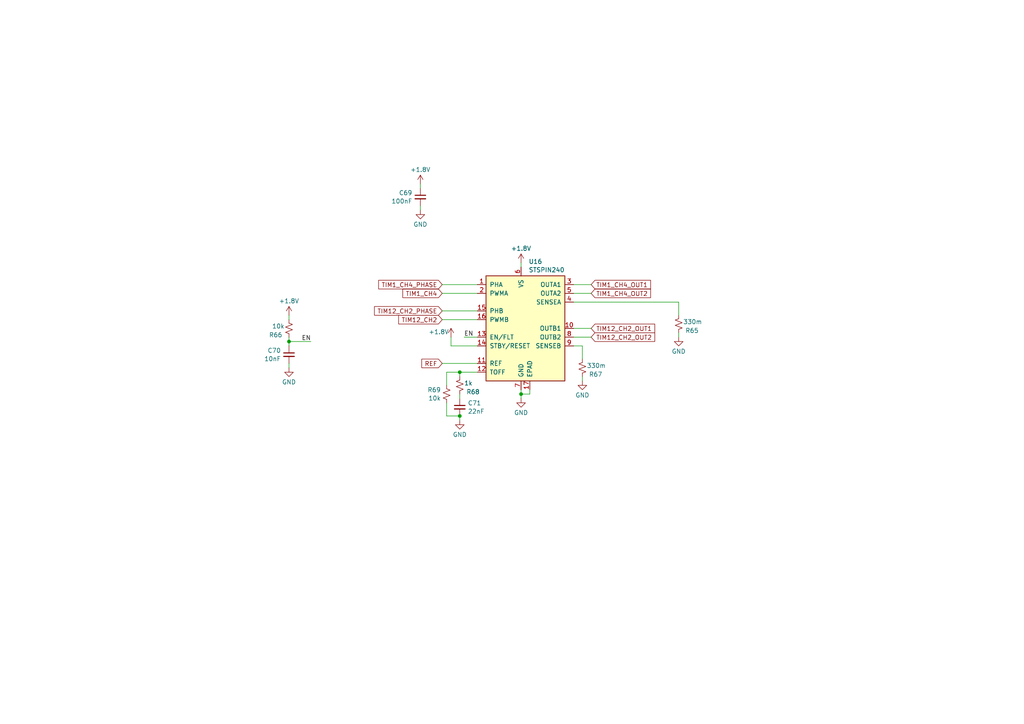
<source format=kicad_sch>
(kicad_sch
	(version 20231120)
	(generator "eeschema")
	(generator_version "8.0")
	(uuid "678b9aec-26bf-4f27-ba87-71e2ec76edda")
	(paper "A4")
	(lib_symbols
		(symbol "Device:C_Small"
			(pin_numbers hide)
			(pin_names
				(offset 0.254) hide)
			(exclude_from_sim no)
			(in_bom yes)
			(on_board yes)
			(property "Reference" "C"
				(at 0.254 1.778 0)
				(effects
					(font
						(size 1.27 1.27)
					)
					(justify left)
				)
			)
			(property "Value" "C_Small"
				(at 0.254 -2.032 0)
				(effects
					(font
						(size 1.27 1.27)
					)
					(justify left)
				)
			)
			(property "Footprint" ""
				(at 0 0 0)
				(effects
					(font
						(size 1.27 1.27)
					)
					(hide yes)
				)
			)
			(property "Datasheet" "~"
				(at 0 0 0)
				(effects
					(font
						(size 1.27 1.27)
					)
					(hide yes)
				)
			)
			(property "Description" "Unpolarized capacitor, small symbol"
				(at 0 0 0)
				(effects
					(font
						(size 1.27 1.27)
					)
					(hide yes)
				)
			)
			(property "ki_keywords" "capacitor cap"
				(at 0 0 0)
				(effects
					(font
						(size 1.27 1.27)
					)
					(hide yes)
				)
			)
			(property "ki_fp_filters" "C_*"
				(at 0 0 0)
				(effects
					(font
						(size 1.27 1.27)
					)
					(hide yes)
				)
			)
			(symbol "C_Small_0_1"
				(polyline
					(pts
						(xy -1.524 -0.508) (xy 1.524 -0.508)
					)
					(stroke
						(width 0.3302)
						(type default)
					)
					(fill
						(type none)
					)
				)
				(polyline
					(pts
						(xy -1.524 0.508) (xy 1.524 0.508)
					)
					(stroke
						(width 0.3048)
						(type default)
					)
					(fill
						(type none)
					)
				)
			)
			(symbol "C_Small_1_1"
				(pin passive line
					(at 0 2.54 270)
					(length 2.032)
					(name "~"
						(effects
							(font
								(size 1.27 1.27)
							)
						)
					)
					(number "1"
						(effects
							(font
								(size 1.27 1.27)
							)
						)
					)
				)
				(pin passive line
					(at 0 -2.54 90)
					(length 2.032)
					(name "~"
						(effects
							(font
								(size 1.27 1.27)
							)
						)
					)
					(number "2"
						(effects
							(font
								(size 1.27 1.27)
							)
						)
					)
				)
			)
		)
		(symbol "Device:R_Small_US"
			(pin_numbers hide)
			(pin_names
				(offset 0.254) hide)
			(exclude_from_sim no)
			(in_bom yes)
			(on_board yes)
			(property "Reference" "R"
				(at 0.762 0.508 0)
				(effects
					(font
						(size 1.27 1.27)
					)
					(justify left)
				)
			)
			(property "Value" "R_Small_US"
				(at 0.762 -1.016 0)
				(effects
					(font
						(size 1.27 1.27)
					)
					(justify left)
				)
			)
			(property "Footprint" ""
				(at 0 0 0)
				(effects
					(font
						(size 1.27 1.27)
					)
					(hide yes)
				)
			)
			(property "Datasheet" "~"
				(at 0 0 0)
				(effects
					(font
						(size 1.27 1.27)
					)
					(hide yes)
				)
			)
			(property "Description" "Resistor, small US symbol"
				(at 0 0 0)
				(effects
					(font
						(size 1.27 1.27)
					)
					(hide yes)
				)
			)
			(property "ki_keywords" "r resistor"
				(at 0 0 0)
				(effects
					(font
						(size 1.27 1.27)
					)
					(hide yes)
				)
			)
			(property "ki_fp_filters" "R_*"
				(at 0 0 0)
				(effects
					(font
						(size 1.27 1.27)
					)
					(hide yes)
				)
			)
			(symbol "R_Small_US_1_1"
				(polyline
					(pts
						(xy 0 0) (xy 1.016 -0.381) (xy 0 -0.762) (xy -1.016 -1.143) (xy 0 -1.524)
					)
					(stroke
						(width 0)
						(type default)
					)
					(fill
						(type none)
					)
				)
				(polyline
					(pts
						(xy 0 1.524) (xy 1.016 1.143) (xy 0 0.762) (xy -1.016 0.381) (xy 0 0)
					)
					(stroke
						(width 0)
						(type default)
					)
					(fill
						(type none)
					)
				)
				(pin passive line
					(at 0 2.54 270)
					(length 1.016)
					(name "~"
						(effects
							(font
								(size 1.27 1.27)
							)
						)
					)
					(number "1"
						(effects
							(font
								(size 1.27 1.27)
							)
						)
					)
				)
				(pin passive line
					(at 0 -2.54 90)
					(length 1.016)
					(name "~"
						(effects
							(font
								(size 1.27 1.27)
							)
						)
					)
					(number "2"
						(effects
							(font
								(size 1.27 1.27)
							)
						)
					)
				)
			)
		)
		(symbol "Driver_Motor:STSPIN240"
			(pin_names
				(offset 1.016)
			)
			(exclude_from_sim no)
			(in_bom yes)
			(on_board yes)
			(property "Reference" "U"
				(at -10.16 16.51 0)
				(effects
					(font
						(size 1.27 1.27)
					)
					(justify left)
				)
			)
			(property "Value" "STSPIN240"
				(at 5.08 16.51 0)
				(effects
					(font
						(size 1.27 1.27)
					)
					(justify left)
				)
			)
			(property "Footprint" "Package_DFN_QFN:VQFN-16-1EP_3x3mm_P0.5mm_EP1.8x1.8mm"
				(at 5.08 19.05 0)
				(effects
					(font
						(size 1.27 1.27)
					)
					(justify left)
					(hide yes)
				)
			)
			(property "Datasheet" "www.st.com/resource/en/datasheet/stspin240.pdf"
				(at 3.81 6.35 0)
				(effects
					(font
						(size 1.27 1.27)
					)
					(hide yes)
				)
			)
			(property "Description" "Low voltage dual brush DC motor driver, 1.8V to 10V input, 1.3Arms output, 0.4Ω Rdson per phase (typical), QFN-16 package"
				(at 0 0 0)
				(effects
					(font
						(size 1.27 1.27)
					)
					(hide yes)
				)
			)
			(property "ki_keywords" "motor driver dc brushed"
				(at 0 0 0)
				(effects
					(font
						(size 1.27 1.27)
					)
					(hide yes)
				)
			)
			(property "ki_fp_filters" "VQFN*1EP*3x3mm*P0.5mm*"
				(at 0 0 0)
				(effects
					(font
						(size 1.27 1.27)
					)
					(hide yes)
				)
			)
			(symbol "STSPIN240_0_1"
				(rectangle
					(start -10.16 15.24)
					(end 12.7 -15.24)
					(stroke
						(width 0.254)
						(type default)
					)
					(fill
						(type background)
					)
				)
			)
			(symbol "STSPIN240_1_1"
				(pin input line
					(at -12.7 12.7 0)
					(length 2.54)
					(name "PHA"
						(effects
							(font
								(size 1.27 1.27)
							)
						)
					)
					(number "1"
						(effects
							(font
								(size 1.27 1.27)
							)
						)
					)
				)
				(pin power_out line
					(at 15.24 0 180)
					(length 2.54)
					(name "OUTB1"
						(effects
							(font
								(size 1.27 1.27)
							)
						)
					)
					(number "10"
						(effects
							(font
								(size 1.27 1.27)
							)
						)
					)
				)
				(pin input line
					(at -12.7 -10.16 0)
					(length 2.54)
					(name "REF"
						(effects
							(font
								(size 1.27 1.27)
							)
						)
					)
					(number "11"
						(effects
							(font
								(size 1.27 1.27)
							)
						)
					)
				)
				(pin input line
					(at -12.7 -12.7 0)
					(length 2.54)
					(name "TOFF"
						(effects
							(font
								(size 1.27 1.27)
							)
						)
					)
					(number "12"
						(effects
							(font
								(size 1.27 1.27)
							)
						)
					)
				)
				(pin bidirectional line
					(at -12.7 -2.54 0)
					(length 2.54)
					(name "EN/FLT"
						(effects
							(font
								(size 1.27 1.27)
							)
						)
					)
					(number "13"
						(effects
							(font
								(size 1.27 1.27)
							)
						)
					)
				)
				(pin input line
					(at -12.7 -5.08 0)
					(length 2.54)
					(name "STBY/RESET"
						(effects
							(font
								(size 1.27 1.27)
							)
						)
					)
					(number "14"
						(effects
							(font
								(size 1.27 1.27)
							)
						)
					)
				)
				(pin input line
					(at -12.7 5.08 0)
					(length 2.54)
					(name "PHB"
						(effects
							(font
								(size 1.27 1.27)
							)
						)
					)
					(number "15"
						(effects
							(font
								(size 1.27 1.27)
							)
						)
					)
				)
				(pin input line
					(at -12.7 2.54 0)
					(length 2.54)
					(name "PWMB"
						(effects
							(font
								(size 1.27 1.27)
							)
						)
					)
					(number "16"
						(effects
							(font
								(size 1.27 1.27)
							)
						)
					)
				)
				(pin power_in line
					(at 2.54 -17.78 90)
					(length 2.54)
					(name "EPAD"
						(effects
							(font
								(size 1.27 1.27)
							)
						)
					)
					(number "17"
						(effects
							(font
								(size 1.27 1.27)
							)
						)
					)
				)
				(pin input line
					(at -12.7 10.16 0)
					(length 2.54)
					(name "PWMA"
						(effects
							(font
								(size 1.27 1.27)
							)
						)
					)
					(number "2"
						(effects
							(font
								(size 1.27 1.27)
							)
						)
					)
				)
				(pin power_out line
					(at 15.24 12.7 180)
					(length 2.54)
					(name "OUTA1"
						(effects
							(font
								(size 1.27 1.27)
							)
						)
					)
					(number "3"
						(effects
							(font
								(size 1.27 1.27)
							)
						)
					)
				)
				(pin power_out line
					(at 15.24 7.62 180)
					(length 2.54)
					(name "SENSEA"
						(effects
							(font
								(size 1.27 1.27)
							)
						)
					)
					(number "4"
						(effects
							(font
								(size 1.27 1.27)
							)
						)
					)
				)
				(pin power_out line
					(at 15.24 10.16 180)
					(length 2.54)
					(name "OUTA2"
						(effects
							(font
								(size 1.27 1.27)
							)
						)
					)
					(number "5"
						(effects
							(font
								(size 1.27 1.27)
							)
						)
					)
				)
				(pin power_in line
					(at 0 17.78 270)
					(length 2.54)
					(name "VS"
						(effects
							(font
								(size 1.27 1.27)
							)
						)
					)
					(number "6"
						(effects
							(font
								(size 1.27 1.27)
							)
						)
					)
				)
				(pin power_in line
					(at 0 -17.78 90)
					(length 2.54)
					(name "GND"
						(effects
							(font
								(size 1.27 1.27)
							)
						)
					)
					(number "7"
						(effects
							(font
								(size 1.27 1.27)
							)
						)
					)
				)
				(pin power_out line
					(at 15.24 -2.54 180)
					(length 2.54)
					(name "OUTB2"
						(effects
							(font
								(size 1.27 1.27)
							)
						)
					)
					(number "8"
						(effects
							(font
								(size 1.27 1.27)
							)
						)
					)
				)
				(pin power_out line
					(at 15.24 -5.08 180)
					(length 2.54)
					(name "SENSEB"
						(effects
							(font
								(size 1.27 1.27)
							)
						)
					)
					(number "9"
						(effects
							(font
								(size 1.27 1.27)
							)
						)
					)
				)
			)
		)
		(symbol "power:+1V8"
			(power)
			(pin_names
				(offset 0)
			)
			(exclude_from_sim no)
			(in_bom yes)
			(on_board yes)
			(property "Reference" "#PWR"
				(at 0 -3.81 0)
				(effects
					(font
						(size 1.27 1.27)
					)
					(hide yes)
				)
			)
			(property "Value" "+1V8"
				(at 0 3.556 0)
				(effects
					(font
						(size 1.27 1.27)
					)
				)
			)
			(property "Footprint" ""
				(at 0 0 0)
				(effects
					(font
						(size 1.27 1.27)
					)
					(hide yes)
				)
			)
			(property "Datasheet" ""
				(at 0 0 0)
				(effects
					(font
						(size 1.27 1.27)
					)
					(hide yes)
				)
			)
			(property "Description" "Power symbol creates a global label with name \"+1V8\""
				(at 0 0 0)
				(effects
					(font
						(size 1.27 1.27)
					)
					(hide yes)
				)
			)
			(property "ki_keywords" "global power"
				(at 0 0 0)
				(effects
					(font
						(size 1.27 1.27)
					)
					(hide yes)
				)
			)
			(symbol "+1V8_0_1"
				(polyline
					(pts
						(xy -0.762 1.27) (xy 0 2.54)
					)
					(stroke
						(width 0)
						(type default)
					)
					(fill
						(type none)
					)
				)
				(polyline
					(pts
						(xy 0 0) (xy 0 2.54)
					)
					(stroke
						(width 0)
						(type default)
					)
					(fill
						(type none)
					)
				)
				(polyline
					(pts
						(xy 0 2.54) (xy 0.762 1.27)
					)
					(stroke
						(width 0)
						(type default)
					)
					(fill
						(type none)
					)
				)
			)
			(symbol "+1V8_1_1"
				(pin power_in line
					(at 0 0 90)
					(length 0) hide
					(name "+1V8"
						(effects
							(font
								(size 1.27 1.27)
							)
						)
					)
					(number "1"
						(effects
							(font
								(size 1.27 1.27)
							)
						)
					)
				)
			)
		)
		(symbol "power:GND"
			(power)
			(pin_names
				(offset 0)
			)
			(exclude_from_sim no)
			(in_bom yes)
			(on_board yes)
			(property "Reference" "#PWR"
				(at 0 -6.35 0)
				(effects
					(font
						(size 1.27 1.27)
					)
					(hide yes)
				)
			)
			(property "Value" "GND"
				(at 0 -3.81 0)
				(effects
					(font
						(size 1.27 1.27)
					)
				)
			)
			(property "Footprint" ""
				(at 0 0 0)
				(effects
					(font
						(size 1.27 1.27)
					)
					(hide yes)
				)
			)
			(property "Datasheet" ""
				(at 0 0 0)
				(effects
					(font
						(size 1.27 1.27)
					)
					(hide yes)
				)
			)
			(property "Description" "Power symbol creates a global label with name \"GND\" , ground"
				(at 0 0 0)
				(effects
					(font
						(size 1.27 1.27)
					)
					(hide yes)
				)
			)
			(property "ki_keywords" "global power"
				(at 0 0 0)
				(effects
					(font
						(size 1.27 1.27)
					)
					(hide yes)
				)
			)
			(symbol "GND_0_1"
				(polyline
					(pts
						(xy 0 0) (xy 0 -1.27) (xy 1.27 -1.27) (xy 0 -2.54) (xy -1.27 -1.27) (xy 0 -1.27)
					)
					(stroke
						(width 0)
						(type default)
					)
					(fill
						(type none)
					)
				)
			)
			(symbol "GND_1_1"
				(pin power_in line
					(at 0 0 270)
					(length 0) hide
					(name "GND"
						(effects
							(font
								(size 1.27 1.27)
							)
						)
					)
					(number "1"
						(effects
							(font
								(size 1.27 1.27)
							)
						)
					)
				)
			)
		)
	)
	(junction
		(at 133.35 120.65)
		(diameter 0)
		(color 0 0 0 0)
		(uuid "42d6576e-fadb-4563-9fc6-3a42c8f7e3c8")
	)
	(junction
		(at 133.35 107.95)
		(diameter 0)
		(color 0 0 0 0)
		(uuid "667f0bd6-b12d-4faa-987f-927ccb27679f")
	)
	(junction
		(at 151.13 114.3)
		(diameter 0)
		(color 0 0 0 0)
		(uuid "b8536958-cabd-4320-bfca-2face8fcc9a7")
	)
	(junction
		(at 83.82 99.06)
		(diameter 0)
		(color 0 0 0 0)
		(uuid "d7e75411-1de3-452c-afc2-da1331c922c2")
	)
	(wire
		(pts
			(xy 151.13 76.2) (xy 151.13 77.47)
		)
		(stroke
			(width 0)
			(type default)
		)
		(uuid "0df78f29-7091-44f6-a730-ef372ed57675")
	)
	(wire
		(pts
			(xy 133.35 107.95) (xy 133.35 109.22)
		)
		(stroke
			(width 0)
			(type default)
		)
		(uuid "136b5161-d7ef-4375-aa91-e102651a4665")
	)
	(wire
		(pts
			(xy 168.91 100.33) (xy 166.37 100.33)
		)
		(stroke
			(width 0)
			(type default)
		)
		(uuid "154c620a-04df-4b2c-84d6-36da2c79bbea")
	)
	(wire
		(pts
			(xy 121.92 59.69) (xy 121.92 60.96)
		)
		(stroke
			(width 0)
			(type default)
		)
		(uuid "1ea7bd63-8734-448b-980b-014f4ca342f1")
	)
	(wire
		(pts
			(xy 133.35 114.3) (xy 133.35 115.57)
		)
		(stroke
			(width 0)
			(type default)
		)
		(uuid "2081ed10-af47-4487-84ed-017469b4fdb8")
	)
	(wire
		(pts
			(xy 128.27 92.71) (xy 138.43 92.71)
		)
		(stroke
			(width 0)
			(type default)
		)
		(uuid "24beaf91-e7d3-4e03-a638-690a46340679")
	)
	(wire
		(pts
			(xy 168.91 109.22) (xy 168.91 110.49)
		)
		(stroke
			(width 0)
			(type default)
		)
		(uuid "32926c58-e476-43b4-99b4-f50b1bd7289c")
	)
	(wire
		(pts
			(xy 83.82 99.06) (xy 83.82 100.33)
		)
		(stroke
			(width 0)
			(type default)
		)
		(uuid "3421b40e-45e7-4ac7-915c-5c46804131b9")
	)
	(wire
		(pts
			(xy 129.54 120.65) (xy 133.35 120.65)
		)
		(stroke
			(width 0)
			(type default)
		)
		(uuid "416fd5ac-a650-418e-931e-fcded8135e33")
	)
	(wire
		(pts
			(xy 128.27 90.17) (xy 138.43 90.17)
		)
		(stroke
			(width 0)
			(type default)
		)
		(uuid "424cc603-8d4e-4823-ae49-81b1618ee283")
	)
	(wire
		(pts
			(xy 168.91 104.14) (xy 168.91 100.33)
		)
		(stroke
			(width 0)
			(type default)
		)
		(uuid "48380410-9649-43e2-908f-c3ad67ad29b7")
	)
	(wire
		(pts
			(xy 151.13 113.03) (xy 151.13 114.3)
		)
		(stroke
			(width 0)
			(type default)
		)
		(uuid "5cf3c158-a797-45ff-8d5c-d0d1fafe3a22")
	)
	(wire
		(pts
			(xy 83.82 105.41) (xy 83.82 106.68)
		)
		(stroke
			(width 0)
			(type default)
		)
		(uuid "63b91a7c-7c95-4637-acd6-fcc77520c5dc")
	)
	(wire
		(pts
			(xy 196.85 87.63) (xy 196.85 91.44)
		)
		(stroke
			(width 0)
			(type default)
		)
		(uuid "6e4cef16-5184-4768-b13c-e683484dc67d")
	)
	(wire
		(pts
			(xy 129.54 107.95) (xy 133.35 107.95)
		)
		(stroke
			(width 0)
			(type default)
		)
		(uuid "7a2f5d6d-f89b-4009-be9b-50d00f32949b")
	)
	(wire
		(pts
			(xy 128.27 82.55) (xy 138.43 82.55)
		)
		(stroke
			(width 0)
			(type default)
		)
		(uuid "803c6951-769d-4787-a8a8-9d5548901c73")
	)
	(wire
		(pts
			(xy 121.92 53.34) (xy 121.92 54.61)
		)
		(stroke
			(width 0)
			(type default)
		)
		(uuid "81df2ca9-c94f-4f2b-a3c6-fd7d2f5cd330")
	)
	(wire
		(pts
			(xy 171.45 97.79) (xy 166.37 97.79)
		)
		(stroke
			(width 0)
			(type default)
		)
		(uuid "86b89144-a35d-4606-bee6-e66409accc8b")
	)
	(wire
		(pts
			(xy 138.43 97.79) (xy 134.62 97.79)
		)
		(stroke
			(width 0)
			(type default)
		)
		(uuid "87ebdfcb-394e-45c3-bb85-92d5e78fab56")
	)
	(wire
		(pts
			(xy 128.27 85.09) (xy 138.43 85.09)
		)
		(stroke
			(width 0)
			(type default)
		)
		(uuid "8e1f1e4d-a6da-4aa4-97a4-ceec37ac802b")
	)
	(wire
		(pts
			(xy 171.45 82.55) (xy 166.37 82.55)
		)
		(stroke
			(width 0)
			(type default)
		)
		(uuid "9073e5b9-c9af-4baa-b7cc-01e4e0e8170f")
	)
	(wire
		(pts
			(xy 133.35 107.95) (xy 138.43 107.95)
		)
		(stroke
			(width 0)
			(type default)
		)
		(uuid "af0d2cc6-489d-454c-9b05-ca897f917682")
	)
	(wire
		(pts
			(xy 130.81 100.33) (xy 138.43 100.33)
		)
		(stroke
			(width 0)
			(type default)
		)
		(uuid "b17469f9-4bfa-4158-bb7d-36070dad954a")
	)
	(wire
		(pts
			(xy 130.81 97.79) (xy 130.81 100.33)
		)
		(stroke
			(width 0)
			(type default)
		)
		(uuid "b99a87d4-af7a-4089-919c-45c7b3e63e22")
	)
	(wire
		(pts
			(xy 83.82 97.79) (xy 83.82 99.06)
		)
		(stroke
			(width 0)
			(type default)
		)
		(uuid "bab4188a-e630-4411-9ebd-0ebfae15cdb7")
	)
	(wire
		(pts
			(xy 171.45 85.09) (xy 166.37 85.09)
		)
		(stroke
			(width 0)
			(type default)
		)
		(uuid "bdd1b05d-dd6b-43d2-8213-f03d27a27000")
	)
	(wire
		(pts
			(xy 151.13 114.3) (xy 151.13 115.57)
		)
		(stroke
			(width 0)
			(type default)
		)
		(uuid "c05a63b7-2286-49ac-88b8-9c002ca85a9b")
	)
	(wire
		(pts
			(xy 196.85 87.63) (xy 166.37 87.63)
		)
		(stroke
			(width 0)
			(type default)
		)
		(uuid "c703d5d0-28ac-450a-9e81-ebc92b083f82")
	)
	(wire
		(pts
			(xy 128.27 105.41) (xy 138.43 105.41)
		)
		(stroke
			(width 0)
			(type default)
		)
		(uuid "d35195cc-7528-460d-9bc1-1c284727c64a")
	)
	(wire
		(pts
			(xy 129.54 116.84) (xy 129.54 120.65)
		)
		(stroke
			(width 0)
			(type default)
		)
		(uuid "df4c6b07-3cee-4d76-82ac-68278b1b2a0b")
	)
	(wire
		(pts
			(xy 83.82 91.44) (xy 83.82 92.71)
		)
		(stroke
			(width 0)
			(type default)
		)
		(uuid "e0f0e4df-3c11-491b-8c83-7b2feb1c5868")
	)
	(wire
		(pts
			(xy 153.67 114.3) (xy 153.67 113.03)
		)
		(stroke
			(width 0)
			(type default)
		)
		(uuid "e511d5ce-c0d6-4f17-bf9c-e17cd78b2211")
	)
	(wire
		(pts
			(xy 83.82 99.06) (xy 90.17 99.06)
		)
		(stroke
			(width 0)
			(type default)
		)
		(uuid "e535f119-b11d-44d9-8320-a66c01ce3ac1")
	)
	(wire
		(pts
			(xy 129.54 107.95) (xy 129.54 111.76)
		)
		(stroke
			(width 0)
			(type default)
		)
		(uuid "ea7df6dd-d206-4b50-ba0f-4867bd8d5e3c")
	)
	(wire
		(pts
			(xy 196.85 96.52) (xy 196.85 97.79)
		)
		(stroke
			(width 0)
			(type default)
		)
		(uuid "eedb8325-9b7d-43e3-aeb3-3c1bcc0fd479")
	)
	(wire
		(pts
			(xy 151.13 114.3) (xy 153.67 114.3)
		)
		(stroke
			(width 0)
			(type default)
		)
		(uuid "f25e5032-c755-44ef-8098-cb8f9e78830f")
	)
	(wire
		(pts
			(xy 171.45 95.25) (xy 166.37 95.25)
		)
		(stroke
			(width 0)
			(type default)
		)
		(uuid "f53cb537-a4c1-47fa-b30f-4b9840c5326a")
	)
	(wire
		(pts
			(xy 133.35 121.92) (xy 133.35 120.65)
		)
		(stroke
			(width 0)
			(type default)
		)
		(uuid "fcb6524b-ad1e-4656-ace8-fb400e227a7f")
	)
	(label "EN"
		(at 134.62 97.79 0)
		(fields_autoplaced yes)
		(effects
			(font
				(size 1.27 1.27)
			)
			(justify left bottom)
		)
		(uuid "2d735b23-4b75-4cc8-8522-77b72559e13e")
	)
	(label "EN"
		(at 90.17 99.06 180)
		(fields_autoplaced yes)
		(effects
			(font
				(size 1.27 1.27)
			)
			(justify right bottom)
		)
		(uuid "fc3e2e52-2328-484c-bc85-8e920ea7a8f4")
	)
	(global_label "TIM12_CH2_OUT1"
		(shape input)
		(at 171.45 95.25 0)
		(fields_autoplaced yes)
		(effects
			(font
				(size 1.27 1.27)
			)
			(justify left)
		)
		(uuid "2e2047a2-2fe4-4aff-a8bf-53a598c8e0d6")
		(property "Intersheetrefs" "${INTERSHEET_REFS}"
			(at 190.4613 95.25 0)
			(effects
				(font
					(size 1.27 1.27)
				)
				(justify left)
				(hide yes)
			)
		)
	)
	(global_label "TIM12_CH2"
		(shape input)
		(at 128.27 92.71 180)
		(fields_autoplaced yes)
		(effects
			(font
				(size 1.27 1.27)
			)
			(justify right)
		)
		(uuid "58b2eda6-4dac-4b30-9252-55102a16717b")
		(property "Intersheetrefs" "${INTERSHEET_REFS}"
			(at 115.0644 92.71 0)
			(effects
				(font
					(size 1.27 1.27)
				)
				(justify right)
				(hide yes)
			)
		)
	)
	(global_label "TIM1_CH4_OUT1"
		(shape input)
		(at 171.45 82.55 0)
		(fields_autoplaced yes)
		(effects
			(font
				(size 1.27 1.27)
			)
			(justify left)
		)
		(uuid "5aee7606-4d37-48ef-b580-0caeed256343")
		(property "Intersheetrefs" "${INTERSHEET_REFS}"
			(at 189.2518 82.55 0)
			(effects
				(font
					(size 1.27 1.27)
				)
				(justify left)
				(hide yes)
			)
		)
	)
	(global_label "TIM12_CH2_PHASE"
		(shape input)
		(at 128.27 90.17 180)
		(fields_autoplaced yes)
		(effects
			(font
				(size 1.27 1.27)
			)
			(justify right)
		)
		(uuid "8b813cc2-a0aa-4d22-9809-183b5a09753d")
		(property "Intersheetrefs" "${INTERSHEET_REFS}"
			(at 108.0492 90.17 0)
			(effects
				(font
					(size 1.27 1.27)
				)
				(justify right)
				(hide yes)
			)
		)
	)
	(global_label "TIM12_CH2_OUT2"
		(shape input)
		(at 171.45 97.79 0)
		(fields_autoplaced yes)
		(effects
			(font
				(size 1.27 1.27)
			)
			(justify left)
		)
		(uuid "97e16fec-9e47-4ddf-b90f-3f20ade9da0a")
		(property "Intersheetrefs" "${INTERSHEET_REFS}"
			(at 190.4613 97.79 0)
			(effects
				(font
					(size 1.27 1.27)
				)
				(justify left)
				(hide yes)
			)
		)
	)
	(global_label "REF"
		(shape input)
		(at 128.27 105.41 180)
		(fields_autoplaced yes)
		(effects
			(font
				(size 1.27 1.27)
			)
			(justify right)
		)
		(uuid "a0dc2bc4-5b4f-4c18-86e8-8fa5de828bae")
		(property "Intersheetrefs" "${INTERSHEET_REFS}"
			(at 121.7772 105.41 0)
			(effects
				(font
					(size 1.27 1.27)
				)
				(justify right)
				(hide yes)
			)
		)
	)
	(global_label "TIM1_CH4_PHASE"
		(shape input)
		(at 128.27 82.55 180)
		(fields_autoplaced yes)
		(effects
			(font
				(size 1.27 1.27)
			)
			(justify right)
		)
		(uuid "a4881ba1-4837-43a5-b98c-30b78eaa4774")
		(property "Intersheetrefs" "${INTERSHEET_REFS}"
			(at 109.2587 82.55 0)
			(effects
				(font
					(size 1.27 1.27)
				)
				(justify right)
				(hide yes)
			)
		)
	)
	(global_label "TIM1_CH4"
		(shape input)
		(at 128.27 85.09 180)
		(fields_autoplaced yes)
		(effects
			(font
				(size 1.27 1.27)
			)
			(justify right)
		)
		(uuid "b6dee8e1-f56e-4501-a1ed-fa3e6493b6f5")
		(property "Intersheetrefs" "${INTERSHEET_REFS}"
			(at 116.2739 85.09 0)
			(effects
				(font
					(size 1.27 1.27)
				)
				(justify right)
				(hide yes)
			)
		)
	)
	(global_label "TIM1_CH4_OUT2"
		(shape input)
		(at 171.45 85.09 0)
		(fields_autoplaced yes)
		(effects
			(font
				(size 1.27 1.27)
			)
			(justify left)
		)
		(uuid "e4861ba5-f8ef-4d77-b888-1814c3a84b17")
		(property "Intersheetrefs" "${INTERSHEET_REFS}"
			(at 189.2518 85.09 0)
			(effects
				(font
					(size 1.27 1.27)
				)
				(justify left)
				(hide yes)
			)
		)
	)
	(symbol
		(lib_id "Device:R_Small_US")
		(at 133.35 111.76 0)
		(mirror y)
		(unit 1)
		(exclude_from_sim no)
		(in_bom yes)
		(on_board yes)
		(dnp no)
		(uuid "08d3599f-af0c-44bb-81d5-91e8f1f358cf")
		(property "Reference" "R68"
			(at 135.255 113.665 0)
			(effects
				(font
					(size 1.27 1.27)
				)
				(justify right)
			)
		)
		(property "Value" "1k"
			(at 134.62 111.125 0)
			(effects
				(font
					(size 1.27 1.27)
				)
				(justify right)
			)
		)
		(property "Footprint" "Resistor_SMD:R_0402_1005Metric"
			(at 133.35 111.76 0)
			(effects
				(font
					(size 1.27 1.27)
				)
				(hide yes)
			)
		)
		(property "Datasheet" "~"
			(at 133.35 111.76 0)
			(effects
				(font
					(size 1.27 1.27)
				)
				(hide yes)
			)
		)
		(property "Description" ""
			(at 133.35 111.76 0)
			(effects
				(font
					(size 1.27 1.27)
				)
				(hide yes)
			)
		)
		(property "LCSC" "C11702"
			(at 133.35 111.76 0)
			(effects
				(font
					(size 1.27 1.27)
				)
				(hide yes)
			)
		)
		(pin "1"
			(uuid "520cc536-f2af-4093-9c89-99c22b303949")
		)
		(pin "2"
			(uuid "6d27895e-5584-4a35-a191-ef74435461a2")
		)
		(instances
			(project "kasm_pcb_rev2"
				(path "/b88f3414-095b-412c-ac5e-63ceec91c7e6/2d3f9a94-2f4e-4d4f-b431-cd37d3bb57a3/fc9c485f-17bb-456c-a2d8-455339750099"
					(reference "R68")
					(unit 1)
				)
			)
		)
	)
	(symbol
		(lib_id "power:GND")
		(at 151.13 115.57 0)
		(unit 1)
		(exclude_from_sim no)
		(in_bom yes)
		(on_board yes)
		(dnp no)
		(uuid "0999cc4d-196e-43d7-9300-6dc4805e5618")
		(property "Reference" "#PWR0164"
			(at 151.13 121.92 0)
			(effects
				(font
					(size 1.27 1.27)
				)
				(hide yes)
			)
		)
		(property "Value" "GND"
			(at 151.13 119.7031 0)
			(effects
				(font
					(size 1.27 1.27)
				)
			)
		)
		(property "Footprint" ""
			(at 151.13 115.57 0)
			(effects
				(font
					(size 1.27 1.27)
				)
				(hide yes)
			)
		)
		(property "Datasheet" ""
			(at 151.13 115.57 0)
			(effects
				(font
					(size 1.27 1.27)
				)
				(hide yes)
			)
		)
		(property "Description" ""
			(at 151.13 115.57 0)
			(effects
				(font
					(size 1.27 1.27)
				)
				(hide yes)
			)
		)
		(pin "1"
			(uuid "01c8d304-92ab-4c38-9ee6-bb49e7f47521")
		)
		(instances
			(project "kasm_pcb_rev2"
				(path "/b88f3414-095b-412c-ac5e-63ceec91c7e6/2d3f9a94-2f4e-4d4f-b431-cd37d3bb57a3/fc9c485f-17bb-456c-a2d8-455339750099"
					(reference "#PWR0164")
					(unit 1)
				)
			)
		)
	)
	(symbol
		(lib_id "Device:R_Small_US")
		(at 196.85 93.98 0)
		(mirror y)
		(unit 1)
		(exclude_from_sim no)
		(in_bom yes)
		(on_board yes)
		(dnp no)
		(uuid "0c943832-355b-4dd2-80d1-86cc87ab732c")
		(property "Reference" "R65"
			(at 198.755 95.885 0)
			(effects
				(font
					(size 1.27 1.27)
				)
				(justify right)
			)
		)
		(property "Value" "330m"
			(at 198.12 93.345 0)
			(effects
				(font
					(size 1.27 1.27)
				)
				(justify right)
			)
		)
		(property "Footprint" "Resistor_SMD:R_0402_1005Metric"
			(at 196.85 93.98 0)
			(effects
				(font
					(size 1.27 1.27)
				)
				(hide yes)
			)
		)
		(property "Datasheet" "~"
			(at 196.85 93.98 0)
			(effects
				(font
					(size 1.27 1.27)
				)
				(hide yes)
			)
		)
		(property "Description" ""
			(at 196.85 93.98 0)
			(effects
				(font
					(size 1.27 1.27)
				)
				(hide yes)
			)
		)
		(property "LCSC" "C332660"
			(at 196.85 93.98 0)
			(effects
				(font
					(size 1.27 1.27)
				)
				(hide yes)
			)
		)
		(pin "1"
			(uuid "57d730c9-355f-4784-b711-036a1073d2a4")
		)
		(pin "2"
			(uuid "b0acd83e-7dfa-44f5-8902-f6cbfe4aaaab")
		)
		(instances
			(project "kasm_pcb_rev2"
				(path "/b88f3414-095b-412c-ac5e-63ceec91c7e6/2d3f9a94-2f4e-4d4f-b431-cd37d3bb57a3/fc9c485f-17bb-456c-a2d8-455339750099"
					(reference "R65")
					(unit 1)
				)
			)
		)
	)
	(symbol
		(lib_id "power:GND")
		(at 133.35 121.92 0)
		(unit 1)
		(exclude_from_sim no)
		(in_bom yes)
		(on_board yes)
		(dnp no)
		(uuid "14826b93-6e2a-40a6-8261-c4025ad4b572")
		(property "Reference" "#PWR0165"
			(at 133.35 128.27 0)
			(effects
				(font
					(size 1.27 1.27)
				)
				(hide yes)
			)
		)
		(property "Value" "GND"
			(at 133.35 126.0531 0)
			(effects
				(font
					(size 1.27 1.27)
				)
			)
		)
		(property "Footprint" ""
			(at 133.35 121.92 0)
			(effects
				(font
					(size 1.27 1.27)
				)
				(hide yes)
			)
		)
		(property "Datasheet" ""
			(at 133.35 121.92 0)
			(effects
				(font
					(size 1.27 1.27)
				)
				(hide yes)
			)
		)
		(property "Description" ""
			(at 133.35 121.92 0)
			(effects
				(font
					(size 1.27 1.27)
				)
				(hide yes)
			)
		)
		(pin "1"
			(uuid "e8b8079c-b48f-4a26-a36d-ad370f272bfa")
		)
		(instances
			(project "kasm_pcb_rev2"
				(path "/b88f3414-095b-412c-ac5e-63ceec91c7e6/2d3f9a94-2f4e-4d4f-b431-cd37d3bb57a3/fc9c485f-17bb-456c-a2d8-455339750099"
					(reference "#PWR0165")
					(unit 1)
				)
			)
		)
	)
	(symbol
		(lib_id "Device:R_Small_US")
		(at 83.82 95.25 0)
		(unit 1)
		(exclude_from_sim no)
		(in_bom yes)
		(on_board yes)
		(dnp no)
		(uuid "23119a32-3781-4e14-9518-f3722f383c32")
		(property "Reference" "R66"
			(at 81.915 97.155 0)
			(effects
				(font
					(size 1.27 1.27)
				)
				(justify right)
			)
		)
		(property "Value" "10k"
			(at 82.55 94.615 0)
			(effects
				(font
					(size 1.27 1.27)
				)
				(justify right)
			)
		)
		(property "Footprint" "Resistor_SMD:R_0402_1005Metric"
			(at 83.82 95.25 0)
			(effects
				(font
					(size 1.27 1.27)
				)
				(hide yes)
			)
		)
		(property "Datasheet" "~"
			(at 83.82 95.25 0)
			(effects
				(font
					(size 1.27 1.27)
				)
				(hide yes)
			)
		)
		(property "Description" ""
			(at 83.82 95.25 0)
			(effects
				(font
					(size 1.27 1.27)
				)
				(hide yes)
			)
		)
		(property "LCSC" "C25744"
			(at 83.82 95.25 0)
			(effects
				(font
					(size 1.27 1.27)
				)
				(hide yes)
			)
		)
		(pin "1"
			(uuid "d81662fd-b7ee-4cd3-835e-4201edb14a83")
		)
		(pin "2"
			(uuid "161611a2-a90e-4351-9765-90a80e4e7081")
		)
		(instances
			(project "kasm_pcb_rev2"
				(path "/b88f3414-095b-412c-ac5e-63ceec91c7e6/2d3f9a94-2f4e-4d4f-b431-cd37d3bb57a3/fc9c485f-17bb-456c-a2d8-455339750099"
					(reference "R66")
					(unit 1)
				)
			)
		)
	)
	(symbol
		(lib_id "power:+1V8")
		(at 130.81 97.79 0)
		(unit 1)
		(exclude_from_sim no)
		(in_bom yes)
		(on_board yes)
		(dnp no)
		(uuid "47419cb7-ae1c-489c-b519-ae9a5c0d2b1e")
		(property "Reference" "#PWR0160"
			(at 130.81 101.6 0)
			(effects
				(font
					(size 1.27 1.27)
				)
				(hide yes)
			)
		)
		(property "Value" "+1.8V"
			(at 127.254 96.266 0)
			(effects
				(font
					(size 1.27 1.27)
				)
			)
		)
		(property "Footprint" ""
			(at 130.81 97.79 0)
			(effects
				(font
					(size 1.27 1.27)
				)
				(hide yes)
			)
		)
		(property "Datasheet" ""
			(at 130.81 97.79 0)
			(effects
				(font
					(size 1.27 1.27)
				)
				(hide yes)
			)
		)
		(property "Description" ""
			(at 130.81 97.79 0)
			(effects
				(font
					(size 1.27 1.27)
				)
				(hide yes)
			)
		)
		(pin "1"
			(uuid "053ca9e1-1fa5-4cbe-93b1-01fdae85988d")
		)
		(instances
			(project "kasm_pcb_rev2"
				(path "/b88f3414-095b-412c-ac5e-63ceec91c7e6/2d3f9a94-2f4e-4d4f-b431-cd37d3bb57a3/fc9c485f-17bb-456c-a2d8-455339750099"
					(reference "#PWR0160")
					(unit 1)
				)
			)
		)
	)
	(symbol
		(lib_id "Device:R_Small_US")
		(at 168.91 106.68 0)
		(mirror y)
		(unit 1)
		(exclude_from_sim no)
		(in_bom yes)
		(on_board yes)
		(dnp no)
		(uuid "573e37f4-27b0-4a2f-aa61-feaccf55e8aa")
		(property "Reference" "R67"
			(at 170.815 108.585 0)
			(effects
				(font
					(size 1.27 1.27)
				)
				(justify right)
			)
		)
		(property "Value" "330m"
			(at 170.18 106.045 0)
			(effects
				(font
					(size 1.27 1.27)
				)
				(justify right)
			)
		)
		(property "Footprint" "Resistor_SMD:R_0402_1005Metric"
			(at 168.91 106.68 0)
			(effects
				(font
					(size 1.27 1.27)
				)
				(hide yes)
			)
		)
		(property "Datasheet" "~"
			(at 168.91 106.68 0)
			(effects
				(font
					(size 1.27 1.27)
				)
				(hide yes)
			)
		)
		(property "Description" ""
			(at 168.91 106.68 0)
			(effects
				(font
					(size 1.27 1.27)
				)
				(hide yes)
			)
		)
		(property "LCSC" "C332660"
			(at 168.91 106.68 0)
			(effects
				(font
					(size 1.27 1.27)
				)
				(hide yes)
			)
		)
		(pin "1"
			(uuid "deb5ea79-eada-4ab9-8293-e45ffe29325b")
		)
		(pin "2"
			(uuid "9fb9f794-63ce-4561-8109-da4072feb646")
		)
		(instances
			(project "kasm_pcb_rev2"
				(path "/b88f3414-095b-412c-ac5e-63ceec91c7e6/2d3f9a94-2f4e-4d4f-b431-cd37d3bb57a3/fc9c485f-17bb-456c-a2d8-455339750099"
					(reference "R67")
					(unit 1)
				)
			)
		)
	)
	(symbol
		(lib_id "Device:C_Small")
		(at 83.82 102.87 0)
		(mirror y)
		(unit 1)
		(exclude_from_sim no)
		(in_bom yes)
		(on_board yes)
		(dnp no)
		(uuid "8bbefa2f-93dc-492f-a9f9-ce6467de0313")
		(property "Reference" "C70"
			(at 81.4959 101.6642 0)
			(effects
				(font
					(size 1.27 1.27)
				)
				(justify left)
			)
		)
		(property "Value" "10nF"
			(at 81.4959 104.0884 0)
			(effects
				(font
					(size 1.27 1.27)
				)
				(justify left)
			)
		)
		(property "Footprint" "Capacitor_SMD:C_0402_1005Metric"
			(at 83.82 102.87 0)
			(effects
				(font
					(size 1.27 1.27)
				)
				(hide yes)
			)
		)
		(property "Datasheet" "~"
			(at 83.82 102.87 0)
			(effects
				(font
					(size 1.27 1.27)
				)
				(hide yes)
			)
		)
		(property "Description" ""
			(at 83.82 102.87 0)
			(effects
				(font
					(size 1.27 1.27)
				)
				(hide yes)
			)
		)
		(property "LCSC" "C15195"
			(at 83.82 102.87 0)
			(effects
				(font
					(size 1.27 1.27)
				)
				(hide yes)
			)
		)
		(pin "1"
			(uuid "4a0b128f-1011-4cfc-a4f9-a184f8f367cb")
		)
		(pin "2"
			(uuid "7ee64186-dbfa-4b56-9658-efb851b27027")
		)
		(instances
			(project "kasm_pcb_rev2"
				(path "/b88f3414-095b-412c-ac5e-63ceec91c7e6/2d3f9a94-2f4e-4d4f-b431-cd37d3bb57a3/fc9c485f-17bb-456c-a2d8-455339750099"
					(reference "C70")
					(unit 1)
				)
			)
		)
	)
	(symbol
		(lib_id "Device:C_Small")
		(at 133.35 118.11 0)
		(unit 1)
		(exclude_from_sim no)
		(in_bom yes)
		(on_board yes)
		(dnp no)
		(uuid "a4b32b01-09cd-40d7-b4bd-05e6b14c732a")
		(property "Reference" "C71"
			(at 135.6741 116.9042 0)
			(effects
				(font
					(size 1.27 1.27)
				)
				(justify left)
			)
		)
		(property "Value" "22nF"
			(at 135.6741 119.3284 0)
			(effects
				(font
					(size 1.27 1.27)
				)
				(justify left)
			)
		)
		(property "Footprint" "Capacitor_SMD:C_0402_1005Metric"
			(at 133.35 118.11 0)
			(effects
				(font
					(size 1.27 1.27)
				)
				(hide yes)
			)
		)
		(property "Datasheet" "~"
			(at 133.35 118.11 0)
			(effects
				(font
					(size 1.27 1.27)
				)
				(hide yes)
			)
		)
		(property "Description" ""
			(at 133.35 118.11 0)
			(effects
				(font
					(size 1.27 1.27)
				)
				(hide yes)
			)
		)
		(property "LCSC" "C1532"
			(at 133.35 118.11 0)
			(effects
				(font
					(size 1.27 1.27)
				)
				(hide yes)
			)
		)
		(pin "1"
			(uuid "8b85e93a-1364-406f-b041-5332cdf1f0d7")
		)
		(pin "2"
			(uuid "1180bcc9-8394-4f27-9980-bdad24b10085")
		)
		(instances
			(project "kasm_pcb_rev2"
				(path "/b88f3414-095b-412c-ac5e-63ceec91c7e6/2d3f9a94-2f4e-4d4f-b431-cd37d3bb57a3/fc9c485f-17bb-456c-a2d8-455339750099"
					(reference "C71")
					(unit 1)
				)
			)
		)
	)
	(symbol
		(lib_id "power:GND")
		(at 83.82 106.68 0)
		(unit 1)
		(exclude_from_sim no)
		(in_bom yes)
		(on_board yes)
		(dnp no)
		(uuid "a7e209d7-8814-4e15-94e5-c596746dcf1c")
		(property "Reference" "#PWR0162"
			(at 83.82 113.03 0)
			(effects
				(font
					(size 1.27 1.27)
				)
				(hide yes)
			)
		)
		(property "Value" "GND"
			(at 83.82 110.8131 0)
			(effects
				(font
					(size 1.27 1.27)
				)
			)
		)
		(property "Footprint" ""
			(at 83.82 106.68 0)
			(effects
				(font
					(size 1.27 1.27)
				)
				(hide yes)
			)
		)
		(property "Datasheet" ""
			(at 83.82 106.68 0)
			(effects
				(font
					(size 1.27 1.27)
				)
				(hide yes)
			)
		)
		(property "Description" ""
			(at 83.82 106.68 0)
			(effects
				(font
					(size 1.27 1.27)
				)
				(hide yes)
			)
		)
		(pin "1"
			(uuid "92a6c475-de20-49ef-86de-68ef71c69e89")
		)
		(instances
			(project "kasm_pcb_rev2"
				(path "/b88f3414-095b-412c-ac5e-63ceec91c7e6/2d3f9a94-2f4e-4d4f-b431-cd37d3bb57a3/fc9c485f-17bb-456c-a2d8-455339750099"
					(reference "#PWR0162")
					(unit 1)
				)
			)
		)
	)
	(symbol
		(lib_id "Device:R_Small_US")
		(at 129.54 114.3 0)
		(unit 1)
		(exclude_from_sim no)
		(in_bom yes)
		(on_board yes)
		(dnp no)
		(uuid "bfdc5db9-5620-48b6-9bf6-89e3bdf3214f")
		(property "Reference" "R69"
			(at 127.889 113.0879 0)
			(effects
				(font
					(size 1.27 1.27)
				)
				(justify right)
			)
		)
		(property "Value" "10k"
			(at 127.889 115.5121 0)
			(effects
				(font
					(size 1.27 1.27)
				)
				(justify right)
			)
		)
		(property "Footprint" "Resistor_SMD:R_0402_1005Metric"
			(at 129.54 114.3 0)
			(effects
				(font
					(size 1.27 1.27)
				)
				(hide yes)
			)
		)
		(property "Datasheet" "~"
			(at 129.54 114.3 0)
			(effects
				(font
					(size 1.27 1.27)
				)
				(hide yes)
			)
		)
		(property "Description" ""
			(at 129.54 114.3 0)
			(effects
				(font
					(size 1.27 1.27)
				)
				(hide yes)
			)
		)
		(property "LCSC" "C25744"
			(at 129.54 114.3 0)
			(effects
				(font
					(size 1.27 1.27)
				)
				(hide yes)
			)
		)
		(pin "1"
			(uuid "c274c463-e395-48cd-84fd-43c321901939")
		)
		(pin "2"
			(uuid "40177d0b-163d-4b7d-bc14-a96a14938c86")
		)
		(instances
			(project "kasm_pcb_rev2"
				(path "/b88f3414-095b-412c-ac5e-63ceec91c7e6/2d3f9a94-2f4e-4d4f-b431-cd37d3bb57a3/fc9c485f-17bb-456c-a2d8-455339750099"
					(reference "R69")
					(unit 1)
				)
			)
		)
	)
	(symbol
		(lib_id "Driver_Motor:STSPIN240")
		(at 151.13 95.25 0)
		(unit 1)
		(exclude_from_sim no)
		(in_bom yes)
		(on_board yes)
		(dnp no)
		(fields_autoplaced yes)
		(uuid "c7502d99-2115-45f9-a2ef-a076462238a5")
		(property "Reference" "U16"
			(at 153.3241 75.8655 0)
			(effects
				(font
					(size 1.27 1.27)
				)
				(justify left)
			)
		)
		(property "Value" "STSPIN240"
			(at 153.3241 78.2898 0)
			(effects
				(font
					(size 1.27 1.27)
				)
				(justify left)
			)
		)
		(property "Footprint" "Package_DFN_QFN:VQFN-16-1EP_3x3mm_P0.5mm_EP1.8x1.8mm"
			(at 156.21 76.2 0)
			(effects
				(font
					(size 1.27 1.27)
				)
				(justify left)
				(hide yes)
			)
		)
		(property "Datasheet" "www.st.com/resource/en/datasheet/stspin240.pdf"
			(at 154.94 88.9 0)
			(effects
				(font
					(size 1.27 1.27)
				)
				(hide yes)
			)
		)
		(property "Description" "Low voltage dual brush DC motor driver, 1.8V to 10V input, 1.3Arms output, 0.4Ω Rdson per phase (typical), QFN-16 package"
			(at 151.13 95.25 0)
			(effects
				(font
					(size 1.27 1.27)
				)
				(hide yes)
			)
		)
		(property "LCSC" "C962258"
			(at 151.13 95.25 0)
			(effects
				(font
					(size 1.27 1.27)
				)
				(hide yes)
			)
		)
		(pin "3"
			(uuid "fe9d407e-f7c4-4d26-83bf-e859ae563953")
		)
		(pin "1"
			(uuid "30ac2a83-2a74-4171-a3a8-2d0ae77ce84e")
		)
		(pin "11"
			(uuid "e8cf5615-f468-42e5-b764-8378300ae2c0")
		)
		(pin "16"
			(uuid "343aae0f-2418-414b-9e98-d73fb55bc60f")
		)
		(pin "5"
			(uuid "3f95d406-0c66-4745-9029-ca7bee6a393b")
		)
		(pin "17"
			(uuid "628e1b96-d0d9-48e0-ba07-8b5abceabae1")
		)
		(pin "4"
			(uuid "522a1027-f92a-412a-99e9-27eca5bd7271")
		)
		(pin "7"
			(uuid "f1ca1b92-8e7f-487e-9eb0-2680eac2976c")
		)
		(pin "12"
			(uuid "b1dff811-43d4-4eb0-b4fe-8d1d58da56dd")
		)
		(pin "8"
			(uuid "af706f31-aaf9-436f-a4e4-d2b6472f0b71")
		)
		(pin "13"
			(uuid "cc77683b-88d0-4edf-9198-5ce1c7403982")
		)
		(pin "14"
			(uuid "358dc77a-4bac-4156-944f-764ceb3f10f2")
		)
		(pin "9"
			(uuid "f9c0fd3b-34e7-4383-9c93-07ea94d472db")
		)
		(pin "15"
			(uuid "fb8a524f-69ff-4e75-8ae2-d8b3c017c8f2")
		)
		(pin "6"
			(uuid "703dac2d-832a-4314-b1e9-b916d658de24")
		)
		(pin "2"
			(uuid "71a4b8d0-494f-4156-a3ea-31e3755ac544")
		)
		(pin "10"
			(uuid "28bf453d-5e87-4410-b8a1-e775a3e9537b")
		)
		(instances
			(project "kasm_pcb_rev2"
				(path "/b88f3414-095b-412c-ac5e-63ceec91c7e6/2d3f9a94-2f4e-4d4f-b431-cd37d3bb57a3/fc9c485f-17bb-456c-a2d8-455339750099"
					(reference "U16")
					(unit 1)
				)
			)
		)
	)
	(symbol
		(lib_id "power:+1V8")
		(at 151.13 76.2 0)
		(unit 1)
		(exclude_from_sim no)
		(in_bom yes)
		(on_board yes)
		(dnp no)
		(fields_autoplaced yes)
		(uuid "ca847cc4-807a-42af-945f-2720735b3a56")
		(property "Reference" "#PWR0158"
			(at 151.13 80.01 0)
			(effects
				(font
					(size 1.27 1.27)
				)
				(hide yes)
			)
		)
		(property "Value" "+1.8V"
			(at 151.13 72.0669 0)
			(effects
				(font
					(size 1.27 1.27)
				)
			)
		)
		(property "Footprint" ""
			(at 151.13 76.2 0)
			(effects
				(font
					(size 1.27 1.27)
				)
				(hide yes)
			)
		)
		(property "Datasheet" ""
			(at 151.13 76.2 0)
			(effects
				(font
					(size 1.27 1.27)
				)
				(hide yes)
			)
		)
		(property "Description" ""
			(at 151.13 76.2 0)
			(effects
				(font
					(size 1.27 1.27)
				)
				(hide yes)
			)
		)
		(pin "1"
			(uuid "7ccac2bd-317e-409c-be59-a405e74a4185")
		)
		(instances
			(project "kasm_pcb_rev2"
				(path "/b88f3414-095b-412c-ac5e-63ceec91c7e6/2d3f9a94-2f4e-4d4f-b431-cd37d3bb57a3/fc9c485f-17bb-456c-a2d8-455339750099"
					(reference "#PWR0158")
					(unit 1)
				)
			)
		)
	)
	(symbol
		(lib_id "power:GND")
		(at 121.92 60.96 0)
		(unit 1)
		(exclude_from_sim no)
		(in_bom yes)
		(on_board yes)
		(dnp no)
		(uuid "d0817673-fadb-49b3-aafd-2e2ce68adcb9")
		(property "Reference" "#PWR0157"
			(at 121.92 67.31 0)
			(effects
				(font
					(size 1.27 1.27)
				)
				(hide yes)
			)
		)
		(property "Value" "GND"
			(at 121.92 65.0931 0)
			(effects
				(font
					(size 1.27 1.27)
				)
			)
		)
		(property "Footprint" ""
			(at 121.92 60.96 0)
			(effects
				(font
					(size 1.27 1.27)
				)
				(hide yes)
			)
		)
		(property "Datasheet" ""
			(at 121.92 60.96 0)
			(effects
				(font
					(size 1.27 1.27)
				)
				(hide yes)
			)
		)
		(property "Description" ""
			(at 121.92 60.96 0)
			(effects
				(font
					(size 1.27 1.27)
				)
				(hide yes)
			)
		)
		(pin "1"
			(uuid "79456005-239d-4387-bf35-7a8857acec34")
		)
		(instances
			(project "kasm_pcb_rev2"
				(path "/b88f3414-095b-412c-ac5e-63ceec91c7e6/2d3f9a94-2f4e-4d4f-b431-cd37d3bb57a3/fc9c485f-17bb-456c-a2d8-455339750099"
					(reference "#PWR0157")
					(unit 1)
				)
			)
		)
	)
	(symbol
		(lib_id "power:GND")
		(at 196.85 97.79 0)
		(unit 1)
		(exclude_from_sim no)
		(in_bom yes)
		(on_board yes)
		(dnp no)
		(uuid "d175aaf1-ea8b-44a5-93c7-f549d04de460")
		(property "Reference" "#PWR0161"
			(at 196.85 104.14 0)
			(effects
				(font
					(size 1.27 1.27)
				)
				(hide yes)
			)
		)
		(property "Value" "GND"
			(at 196.85 101.9231 0)
			(effects
				(font
					(size 1.27 1.27)
				)
			)
		)
		(property "Footprint" ""
			(at 196.85 97.79 0)
			(effects
				(font
					(size 1.27 1.27)
				)
				(hide yes)
			)
		)
		(property "Datasheet" ""
			(at 196.85 97.79 0)
			(effects
				(font
					(size 1.27 1.27)
				)
				(hide yes)
			)
		)
		(property "Description" ""
			(at 196.85 97.79 0)
			(effects
				(font
					(size 1.27 1.27)
				)
				(hide yes)
			)
		)
		(pin "1"
			(uuid "a8b3fb2d-6d12-4fce-bae4-1b92b043b350")
		)
		(instances
			(project "kasm_pcb_rev2"
				(path "/b88f3414-095b-412c-ac5e-63ceec91c7e6/2d3f9a94-2f4e-4d4f-b431-cd37d3bb57a3/fc9c485f-17bb-456c-a2d8-455339750099"
					(reference "#PWR0161")
					(unit 1)
				)
			)
		)
	)
	(symbol
		(lib_id "power:+1V8")
		(at 121.92 53.34 0)
		(unit 1)
		(exclude_from_sim no)
		(in_bom yes)
		(on_board yes)
		(dnp no)
		(fields_autoplaced yes)
		(uuid "d30b25b1-e68a-4f45-88ed-82944a2e5cfe")
		(property "Reference" "#PWR0156"
			(at 121.92 57.15 0)
			(effects
				(font
					(size 1.27 1.27)
				)
				(hide yes)
			)
		)
		(property "Value" "+1.8V"
			(at 121.92 49.2069 0)
			(effects
				(font
					(size 1.27 1.27)
				)
			)
		)
		(property "Footprint" ""
			(at 121.92 53.34 0)
			(effects
				(font
					(size 1.27 1.27)
				)
				(hide yes)
			)
		)
		(property "Datasheet" ""
			(at 121.92 53.34 0)
			(effects
				(font
					(size 1.27 1.27)
				)
				(hide yes)
			)
		)
		(property "Description" ""
			(at 121.92 53.34 0)
			(effects
				(font
					(size 1.27 1.27)
				)
				(hide yes)
			)
		)
		(pin "1"
			(uuid "49e25969-0beb-4067-9704-8929e77d7fce")
		)
		(instances
			(project "kasm_pcb_rev2"
				(path "/b88f3414-095b-412c-ac5e-63ceec91c7e6/2d3f9a94-2f4e-4d4f-b431-cd37d3bb57a3/fc9c485f-17bb-456c-a2d8-455339750099"
					(reference "#PWR0156")
					(unit 1)
				)
			)
		)
	)
	(symbol
		(lib_id "power:GND")
		(at 168.91 110.49 0)
		(unit 1)
		(exclude_from_sim no)
		(in_bom yes)
		(on_board yes)
		(dnp no)
		(uuid "d730f53b-d4c3-4016-9b6d-13beb46a6f9c")
		(property "Reference" "#PWR0163"
			(at 168.91 116.84 0)
			(effects
				(font
					(size 1.27 1.27)
				)
				(hide yes)
			)
		)
		(property "Value" "GND"
			(at 168.91 114.6231 0)
			(effects
				(font
					(size 1.27 1.27)
				)
			)
		)
		(property "Footprint" ""
			(at 168.91 110.49 0)
			(effects
				(font
					(size 1.27 1.27)
				)
				(hide yes)
			)
		)
		(property "Datasheet" ""
			(at 168.91 110.49 0)
			(effects
				(font
					(size 1.27 1.27)
				)
				(hide yes)
			)
		)
		(property "Description" ""
			(at 168.91 110.49 0)
			(effects
				(font
					(size 1.27 1.27)
				)
				(hide yes)
			)
		)
		(pin "1"
			(uuid "90b36183-a9ed-458a-8e92-1ad788ea1be9")
		)
		(instances
			(project "kasm_pcb_rev2"
				(path "/b88f3414-095b-412c-ac5e-63ceec91c7e6/2d3f9a94-2f4e-4d4f-b431-cd37d3bb57a3/fc9c485f-17bb-456c-a2d8-455339750099"
					(reference "#PWR0163")
					(unit 1)
				)
			)
		)
	)
	(symbol
		(lib_id "Device:C_Small")
		(at 121.92 57.15 0)
		(mirror y)
		(unit 1)
		(exclude_from_sim no)
		(in_bom yes)
		(on_board yes)
		(dnp no)
		(uuid "ef95997f-db63-4113-b2f3-1ca9653deb12")
		(property "Reference" "C69"
			(at 119.5959 55.9442 0)
			(effects
				(font
					(size 1.27 1.27)
				)
				(justify left)
			)
		)
		(property "Value" "100nF"
			(at 119.5959 58.3684 0)
			(effects
				(font
					(size 1.27 1.27)
				)
				(justify left)
			)
		)
		(property "Footprint" "Capacitor_SMD:C_0402_1005Metric"
			(at 121.92 57.15 0)
			(effects
				(font
					(size 1.27 1.27)
				)
				(hide yes)
			)
		)
		(property "Datasheet" "~"
			(at 121.92 57.15 0)
			(effects
				(font
					(size 1.27 1.27)
				)
				(hide yes)
			)
		)
		(property "Description" ""
			(at 121.92 57.15 0)
			(effects
				(font
					(size 1.27 1.27)
				)
				(hide yes)
			)
		)
		(property "LCSC" "C1525"
			(at 121.92 57.15 0)
			(effects
				(font
					(size 1.27 1.27)
				)
				(hide yes)
			)
		)
		(pin "1"
			(uuid "f37f5dc6-32b1-40be-8c48-535215a6c2bc")
		)
		(pin "2"
			(uuid "8e889144-eb1d-445f-8e2a-28d6152bb7d3")
		)
		(instances
			(project "kasm_pcb_rev2"
				(path "/b88f3414-095b-412c-ac5e-63ceec91c7e6/2d3f9a94-2f4e-4d4f-b431-cd37d3bb57a3/fc9c485f-17bb-456c-a2d8-455339750099"
					(reference "C69")
					(unit 1)
				)
			)
		)
	)
	(symbol
		(lib_id "power:+1V8")
		(at 83.82 91.44 0)
		(unit 1)
		(exclude_from_sim no)
		(in_bom yes)
		(on_board yes)
		(dnp no)
		(fields_autoplaced yes)
		(uuid "fa9644b9-4a09-41de-a1d1-aee10c61998c")
		(property "Reference" "#PWR0159"
			(at 83.82 95.25 0)
			(effects
				(font
					(size 1.27 1.27)
				)
				(hide yes)
			)
		)
		(property "Value" "+1.8V"
			(at 83.82 87.3069 0)
			(effects
				(font
					(size 1.27 1.27)
				)
			)
		)
		(property "Footprint" ""
			(at 83.82 91.44 0)
			(effects
				(font
					(size 1.27 1.27)
				)
				(hide yes)
			)
		)
		(property "Datasheet" ""
			(at 83.82 91.44 0)
			(effects
				(font
					(size 1.27 1.27)
				)
				(hide yes)
			)
		)
		(property "Description" ""
			(at 83.82 91.44 0)
			(effects
				(font
					(size 1.27 1.27)
				)
				(hide yes)
			)
		)
		(pin "1"
			(uuid "35cdd0ab-4fdb-4a3a-adcf-ec121bdab8e6")
		)
		(instances
			(project "kasm_pcb_rev2"
				(path "/b88f3414-095b-412c-ac5e-63ceec91c7e6/2d3f9a94-2f4e-4d4f-b431-cd37d3bb57a3/fc9c485f-17bb-456c-a2d8-455339750099"
					(reference "#PWR0159")
					(unit 1)
				)
			)
		)
	)
)
</source>
